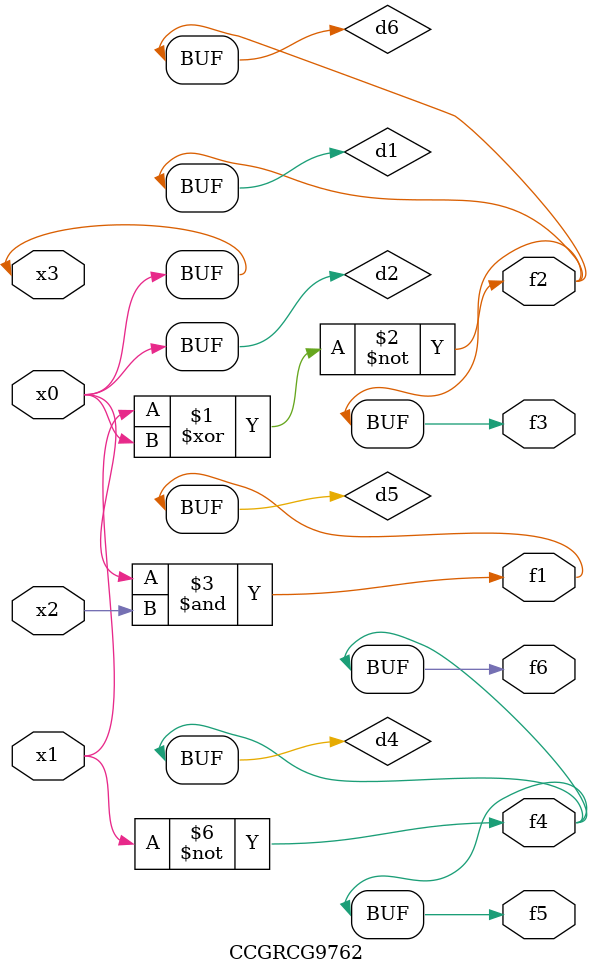
<source format=v>
module CCGRCG9762(
	input x0, x1, x2, x3,
	output f1, f2, f3, f4, f5, f6
);

	wire d1, d2, d3, d4, d5, d6;

	xnor (d1, x1, x3);
	buf (d2, x0, x3);
	nand (d3, x0, x2);
	not (d4, x1);
	nand (d5, d3);
	or (d6, d1);
	assign f1 = d5;
	assign f2 = d6;
	assign f3 = d6;
	assign f4 = d4;
	assign f5 = d4;
	assign f6 = d4;
endmodule

</source>
